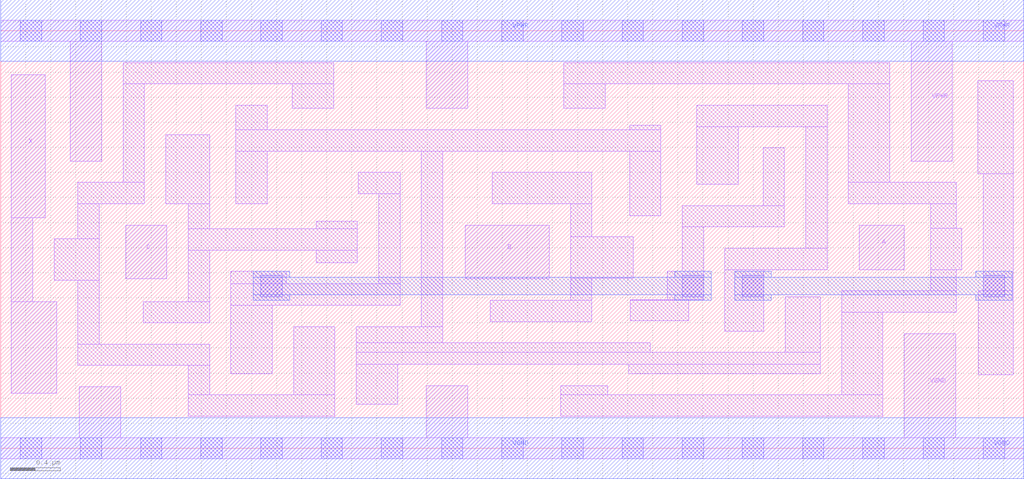
<source format=lef>
# Copyright 2020 The SkyWater PDK Authors
#
# Licensed under the Apache License, Version 2.0 (the "License");
# you may not use this file except in compliance with the License.
# You may obtain a copy of the License at
#
#     https://www.apache.org/licenses/LICENSE-2.0
#
# Unless required by applicable law or agreed to in writing, software
# distributed under the License is distributed on an "AS IS" BASIS,
# WITHOUT WARRANTIES OR CONDITIONS OF ANY KIND, either express or implied.
# See the License for the specific language governing permissions and
# limitations under the License.
#
# SPDX-License-Identifier: Apache-2.0

VERSION 5.7 ;
  NAMESCASESENSITIVE ON ;
  NOWIREEXTENSIONATPIN ON ;
  DIVIDERCHAR "/" ;
  BUSBITCHARS "[]" ;
UNITS
  DATABASE MICRONS 200 ;
END UNITS
MACRO sky130_fd_sc_hs__xnor3_1
  CLASS CORE ;
  SOURCE USER ;
  FOREIGN sky130_fd_sc_hs__xnor3_1 ;
  ORIGIN  0.000000  0.000000 ;
  SIZE  8.160000 BY  3.330000 ;
  SYMMETRY X Y ;
  SITE unit ;
  PIN A
    ANTENNAGATEAREA  0.246000 ;
    DIRECTION INPUT ;
    USE SIGNAL ;
    PORT
      LAYER li1 ;
        RECT 6.845000 1.425000 7.205000 1.780000 ;
    END
  END A
  PIN B
    ANTENNAGATEAREA  0.693000 ;
    DIRECTION INPUT ;
    USE SIGNAL ;
    PORT
      LAYER li1 ;
        RECT 3.705000 1.350000 4.375000 1.780000 ;
    END
  END B
  PIN C
    ANTENNAGATEAREA  0.381000 ;
    DIRECTION INPUT ;
    USE SIGNAL ;
    PORT
      LAYER li1 ;
        RECT 0.995000 1.350000 1.325000 1.780000 ;
    END
  END C
  PIN X
    ANTENNADIFFAREA  0.530100 ;
    DIRECTION OUTPUT ;
    USE SIGNAL ;
    PORT
      LAYER li1 ;
        RECT 0.085000 0.440000 0.445000 1.170000 ;
        RECT 0.085000 1.170000 0.255000 1.840000 ;
        RECT 0.085000 1.840000 0.355000 2.980000 ;
    END
  END X
  PIN VGND
    DIRECTION INOUT ;
    USE GROUND ;
    PORT
      LAYER li1 ;
        RECT 0.000000 -0.085000 8.160000 0.085000 ;
        RECT 0.625000  0.085000 0.955000 0.490000 ;
        RECT 3.395000  0.085000 3.725000 0.500000 ;
        RECT 7.205000  0.085000 7.615000 0.915000 ;
      LAYER mcon ;
        RECT 0.155000 -0.085000 0.325000 0.085000 ;
        RECT 0.635000 -0.085000 0.805000 0.085000 ;
        RECT 1.115000 -0.085000 1.285000 0.085000 ;
        RECT 1.595000 -0.085000 1.765000 0.085000 ;
        RECT 2.075000 -0.085000 2.245000 0.085000 ;
        RECT 2.555000 -0.085000 2.725000 0.085000 ;
        RECT 3.035000 -0.085000 3.205000 0.085000 ;
        RECT 3.515000 -0.085000 3.685000 0.085000 ;
        RECT 3.995000 -0.085000 4.165000 0.085000 ;
        RECT 4.475000 -0.085000 4.645000 0.085000 ;
        RECT 4.955000 -0.085000 5.125000 0.085000 ;
        RECT 5.435000 -0.085000 5.605000 0.085000 ;
        RECT 5.915000 -0.085000 6.085000 0.085000 ;
        RECT 6.395000 -0.085000 6.565000 0.085000 ;
        RECT 6.875000 -0.085000 7.045000 0.085000 ;
        RECT 7.355000 -0.085000 7.525000 0.085000 ;
        RECT 7.835000 -0.085000 8.005000 0.085000 ;
      LAYER met1 ;
        RECT 0.000000 -0.245000 8.160000 0.245000 ;
    END
  END VGND
  PIN VPWR
    DIRECTION INOUT ;
    USE POWER ;
    PORT
      LAYER li1 ;
        RECT 0.000000 3.245000 8.160000 3.415000 ;
        RECT 0.555000 2.290000 0.805000 3.245000 ;
        RECT 3.395000 2.710000 3.725000 3.245000 ;
        RECT 7.260000 2.290000 7.590000 3.245000 ;
      LAYER mcon ;
        RECT 0.155000 3.245000 0.325000 3.415000 ;
        RECT 0.635000 3.245000 0.805000 3.415000 ;
        RECT 1.115000 3.245000 1.285000 3.415000 ;
        RECT 1.595000 3.245000 1.765000 3.415000 ;
        RECT 2.075000 3.245000 2.245000 3.415000 ;
        RECT 2.555000 3.245000 2.725000 3.415000 ;
        RECT 3.035000 3.245000 3.205000 3.415000 ;
        RECT 3.515000 3.245000 3.685000 3.415000 ;
        RECT 3.995000 3.245000 4.165000 3.415000 ;
        RECT 4.475000 3.245000 4.645000 3.415000 ;
        RECT 4.955000 3.245000 5.125000 3.415000 ;
        RECT 5.435000 3.245000 5.605000 3.415000 ;
        RECT 5.915000 3.245000 6.085000 3.415000 ;
        RECT 6.395000 3.245000 6.565000 3.415000 ;
        RECT 6.875000 3.245000 7.045000 3.415000 ;
        RECT 7.355000 3.245000 7.525000 3.415000 ;
        RECT 7.835000 3.245000 8.005000 3.415000 ;
      LAYER met1 ;
        RECT 0.000000 3.085000 8.160000 3.575000 ;
    END
  END VPWR
  OBS
    LAYER li1 ;
      RECT 0.425000 1.340000 0.785000 1.670000 ;
      RECT 0.615000 0.660000 1.665000 0.830000 ;
      RECT 0.615000 0.830000 0.785000 1.340000 ;
      RECT 0.615000 1.670000 0.785000 1.950000 ;
      RECT 0.615000 1.950000 1.145000 2.120000 ;
      RECT 0.975000 2.120000 1.145000 2.905000 ;
      RECT 0.975000 2.905000 2.655000 3.075000 ;
      RECT 1.135000 1.000000 1.665000 1.170000 ;
      RECT 1.315000 1.950000 1.665000 2.500000 ;
      RECT 1.495000 0.255000 2.665000 0.425000 ;
      RECT 1.495000 0.425000 1.665000 0.660000 ;
      RECT 1.495000 1.170000 1.665000 1.580000 ;
      RECT 1.495000 1.580000 2.845000 1.750000 ;
      RECT 1.495000 1.750000 1.665000 1.950000 ;
      RECT 1.835000 0.595000 2.165000 1.140000 ;
      RECT 1.835000 1.140000 3.185000 1.310000 ;
      RECT 1.835000 1.310000 2.275000 1.410000 ;
      RECT 1.875000 1.950000 2.125000 2.370000 ;
      RECT 1.875000 2.370000 5.265000 2.540000 ;
      RECT 1.875000 2.540000 2.125000 2.735000 ;
      RECT 2.325000 2.710000 2.655000 2.905000 ;
      RECT 2.335000 0.425000 2.665000 0.970000 ;
      RECT 2.515000 1.480000 2.845000 1.580000 ;
      RECT 2.515000 1.750000 2.845000 1.810000 ;
      RECT 2.835000 0.350000 3.165000 0.670000 ;
      RECT 2.835000 0.670000 6.535000 0.765000 ;
      RECT 2.835000 0.765000 5.180000 0.840000 ;
      RECT 2.835000 0.840000 3.525000 0.970000 ;
      RECT 2.850000 2.030000 3.185000 2.200000 ;
      RECT 3.015000 1.310000 3.185000 2.030000 ;
      RECT 3.355000 0.970000 3.525000 2.370000 ;
      RECT 3.905000 1.010000 4.715000 1.180000 ;
      RECT 3.920000 1.950000 4.715000 2.200000 ;
      RECT 4.465000 0.255000 7.035000 0.425000 ;
      RECT 4.465000 0.425000 4.840000 0.500000 ;
      RECT 4.490000 2.710000 4.820000 2.905000 ;
      RECT 4.490000 2.905000 7.090000 3.075000 ;
      RECT 4.545000 1.180000 4.715000 1.355000 ;
      RECT 4.545000 1.355000 5.045000 1.685000 ;
      RECT 4.545000 1.685000 4.715000 1.950000 ;
      RECT 5.010000 0.595000 6.535000 0.670000 ;
      RECT 5.015000 1.855000 5.265000 2.370000 ;
      RECT 5.015000 2.540000 5.265000 2.575000 ;
      RECT 5.020000 1.015000 5.485000 1.180000 ;
      RECT 5.020000 1.180000 5.605000 1.185000 ;
      RECT 5.315000 1.185000 5.605000 1.410000 ;
      RECT 5.435000 1.410000 5.605000 1.765000 ;
      RECT 5.435000 1.765000 6.250000 1.935000 ;
      RECT 5.550000 2.105000 5.880000 2.565000 ;
      RECT 5.550000 2.565000 6.590000 2.735000 ;
      RECT 5.775000 0.935000 6.085000 1.425000 ;
      RECT 5.775000 1.425000 6.590000 1.595000 ;
      RECT 6.080000 1.935000 6.250000 2.395000 ;
      RECT 6.255000 0.765000 6.535000 1.210000 ;
      RECT 6.420000 1.595000 6.590000 2.565000 ;
      RECT 6.705000 0.425000 7.035000 1.085000 ;
      RECT 6.705000 1.085000 7.620000 1.255000 ;
      RECT 6.760000 1.950000 7.620000 2.120000 ;
      RECT 6.760000 2.120000 7.090000 2.905000 ;
      RECT 7.415000 1.255000 7.620000 1.425000 ;
      RECT 7.415000 1.425000 7.665000 1.755000 ;
      RECT 7.415000 1.755000 7.620000 1.950000 ;
      RECT 7.790000 2.190000 8.075000 2.930000 ;
      RECT 7.795000 0.585000 8.075000 1.255000 ;
      RECT 7.835000 1.255000 8.075000 2.190000 ;
    LAYER mcon ;
      RECT 2.075000 1.210000 2.245000 1.380000 ;
      RECT 5.435000 1.210000 5.605000 1.380000 ;
      RECT 5.915000 1.210000 6.085000 1.380000 ;
      RECT 7.835000 1.210000 8.005000 1.380000 ;
    LAYER met1 ;
      RECT 2.015000 1.180000 2.305000 1.225000 ;
      RECT 2.015000 1.225000 5.665000 1.365000 ;
      RECT 2.015000 1.365000 2.305000 1.410000 ;
      RECT 5.375000 1.180000 5.665000 1.225000 ;
      RECT 5.375000 1.365000 5.665000 1.410000 ;
      RECT 5.855000 1.180000 6.145000 1.225000 ;
      RECT 5.855000 1.225000 8.065000 1.365000 ;
      RECT 5.855000 1.365000 6.145000 1.410000 ;
      RECT 7.775000 1.180000 8.065000 1.225000 ;
      RECT 7.775000 1.365000 8.065000 1.410000 ;
  END
END sky130_fd_sc_hs__xnor3_1

</source>
